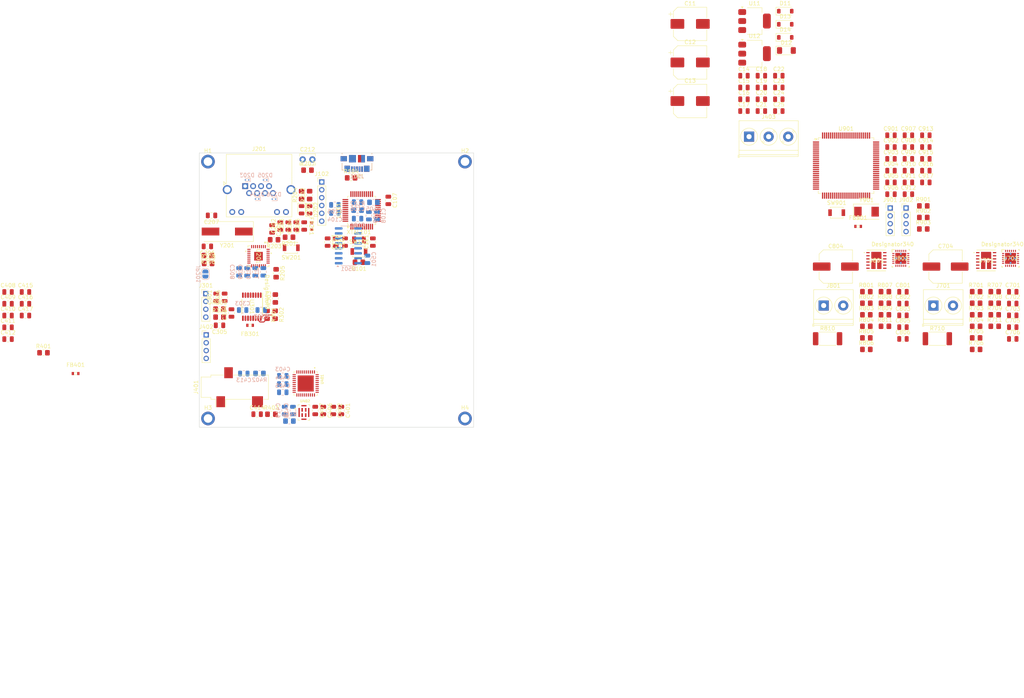
<source format=kicad_pcb>
(kicad_pcb (version 20240108) (generator "pcbnew") (generator_version "8.0")
  (layers (0 "F.Cu" signal) (1 "In1.Cu" power) (2 "In2.Cu" power) (31 "B.Cu" signal) (34 "B.Paste" user) (35 "F.Paste" user) (36 "B.SilkS" user "B.Silkscreen") (37 "F.SilkS" user "F.Silkscreen") (38 "B.Mask" user) (39 "F.Mask" user) (44 "Edge.Cuts" user))
  (net 0 "")
  (net 1 "GND")
  (net 2 "+12V")
  (net 3 "+3V3")
  (net 4 "Net-(D11-K)")
  (net 5 "+1V8")
  (net 6 "Net-(D13-K)")
  (net 7 "+3.3VA")
  (net 8 "Net-(U101-PD0)")
  (net 9 "Net-(U101-PD1)")
  (net 10 "/Ethernet/CEXT")
  (net 11 "/Ethernet/RJ_45_SH")
  (net 12 "Earth")
  (net 13 "Net-(U301-AVDD)")
  (net 14 "Net-(U301-AIN0)")
  (net 15 "Net-(U301-AIN1)")
  (net 16 "/DAC adn MIC/VA")
  (net 17 "Net-(U401-AFILTB)")
  (net 18 "Net-(U401-AFILTA)")
  (net 19 "Net-(U401-VQ)")
  (net 20 "Net-(U401-FILT_P)")
  (net 21 "Net-(U401-FLYN)")
  (net 22 "Net-(U401-FLYP)")
  (net 23 "Net-(U401-VHPFILT_M)")
  (net 24 "Net-(C413-Pad2)")
  (net 25 "Net-(U401-HP{slash}LINE_OUTA)")
  (net 26 "Net-(U401-HP{slash}LINE_OUTB)")
  (net 27 "Net-(C414-Pad2)")
  (net 28 "Net-(U702-CPH)")
  (net 29 "Net-(U702-CPL)")
  (net 30 "Net-(U702-VCP)")
  (net 31 "Net-(U702-AVDD)")
  (net 32 "DVDD_2")
  (net 33 "Net-(U802-CPL)")
  (net 34 "Net-(U802-CPH)")
  (net 35 "Net-(U802-VCP)")
  (net 36 "Net-(U802-AVDD)")
  (net 37 "DVDD_1")
  (net 38 "Net-(U901-VDDA)")
  (net 39 "Net-(U901-PH0)")
  (net 40 "Net-(U901-PH1)")
  (net 41 "/STM32F407/NTRST_F407")
  (net 42 "Net-(U901-VCAP_1)")
  (net 43 "Net-(U901-VCAP_2)")
  (net 44 "/Ethernet/ETH_CRS")
  (net 45 "Net-(D201-K)")
  (net 46 "/Ethernet/ETH_COL")
  (net 47 "Net-(D202-K)")
  (net 48 "/Ethernet/TD_P")
  (net 49 "/Ethernet/TD_N")
  (net 50 "/Ethernet/RD_P")
  (net 51 "/Ethernet/RD_N")
  (net 52 "/Debugger/USBD_P")
  (net 54 "/Debugger/USBD_N")
  (net 56 "/Debugger/JTMS{slash}SWDIO")
  (net 57 "/Debugger/JTDI")
  (net 58 "/Debugger/NJTRST")
  (net 59 "/Debugger/JTCK{slash}SWCLK")
  (net 60 "/Debugger/JTDO")
  (net 65 "/ADC/AIN1_ADC")
  (net 66 "/ADC/AIN0_ADC")
  (net 67 "/USB_to_TTL/CH340_DN")
  (net 68 "/USB_to_TTL/CH340_DP")
  (net 71 "/Motor_Driver2/SH1_2")
  (net 72 "/Motor_Driver2/SH2_2")
  (net 73 "/Motor_Driver1/SH2")
  (net 74 "/Motor_Driver1/SH1")
  (net 75 "/STM32F407/EXT_UART_RX")
  (net 76 "/STM32F407/EXT_UART_TX")
  (net 77 "/STM32F407/CAN_TX")
  (net 78 "/STM32F407/CAN_RX")
  (net 79 "/Debugger/NRST")
  (net 80 "/Debugger/BOOT0")
  (net 81 "/Debugger/BOOT1")
  (net 82 "/Ethernet/RESET_PHY")
  (net 83 "/Ethernet/MODE_SEL")
  (net 84 "/Ethernet/ETH_INT")
  (net 85 "/Ethernet/R_BIAS")
  (net 86 "/ADC/SDA_ADC")
  (net 87 "/ADC/SCK_ADC")
  (net 88 "/ADC/RESET_ADC")
  (net 89 "/DAC adn MIC/~{RESET}_DAC")
  (net 90 "Net-(U402-LR)")
  (net 91 "Net-(U702-VREF)")
  (net 92 "/Motor_Driver2/GH1_2")
  (net 93 "/Motor_Driver2/nFAULT_2")
  (net 94 "/Motor_Driver2/SNSOUT_2")
  (net 95 "/Motor_Driver2/GH2_2")
  (net 96 "/Motor_Driver2/GL1_2")
  (net 97 "/Motor_Driver2/SP_2")
  (net 98 "Net-(U702-IDRIVE)")
  (net 99 "/Motor_Driver2/GL2_2")
  (net 100 "Net-(U702-nSLEEP)")
  (net 101 "Net-(U802-VREF)")
  (net 102 "/Motor_Driver1/GH1")
  (net 103 "/Motor_Driver1/nFAULT")
  (net 104 "/Motor_Driver1/SNSOUT")
  (net 105 "/Motor_Driver1/GH2")
  (net 106 "/Motor_Driver1/GL1")
  (net 107 "/Motor_Driver1/SP")
  (net 108 "Net-(U802-IDRIVE)")
  (net 109 "/Motor_Driver1/GL2")
  (net 110 "Net-(U802-nSLEEP)")
  (net 111 "Net-(U901-BOOT0)")
  (net 112 "Net-(U901-PB2)")
  (net 115 "/Debugger/JTMS_F407")
  (net 123 "/Debugger/JTCLK_F407")
  (net 138 "/Ethernet/ETH_RX_ER")
  (net 139 "/Ethernet/ETH_TX_D2")
  (net 140 "/Ethernet/ETH_RX_CLK")
  (net 141 "/Ethernet/ETH_RX_DV")
  (net 143 "/Ethernet/ETH_TX_CLK")
  (net 145 "/Ethernet/ETH_MDIO")
  (net 146 "/Ethernet/ETH_TX_D3")
  (net 147 "/Ethernet/ETH_TX_D0")
  (net 148 "/Ethernet/ETH_RX_D0")
  (net 149 "/Ethernet/ETH_TX_D1")
  (net 150 "/Ethernet/ETH_RX_D2")
  (net 151 "/Ethernet/ETH_TX_EN")
  (net 152 "/Ethernet/ETH_MDC")
  (net 153 "/Ethernet/ETH_RX_D1")
  (net 154 "/Ethernet/ETH_RX_D3")
  (net 155 "/ADC/~{DRDY}_ADC")
  (net 160 "/DAC adn MIC/DOUT_MIC")
  (net 161 "/DAC adn MIC/CLK_MIC")
  (net 165 "/STM32F407/CH340_RXD")
  (net 170 "/STM32F407/CH340_~{RST}")
  (net 172 "/STM32F407/CH340_TXD")
  (net 173 "/Motor_Driver2/EN_2")
  (net 174 "/Motor_Driver2/SO_2")
  (net 175 "/Motor_Driver2/PH_2")
  (net 176 "/Motor_Driver1/PH")
  (net 177 "/Motor_Driver1/EN")
  (net 178 "/Motor_Driver1/SO")
  (net 186 "/DAC adn MIC/SCL_DAC")
  (net 189 "/DAC adn MIC/LRCK_DAC")
  (net 207 "/DAC adn MIC/SCLK_DAC")
  (net 208 "/DAC adn MIC/MCLK_DAC")
  (net 209 "/DAC adn MIC/SDIN_DAC")
  (net 210 "/DAC adn MIC/SDA_DAC")
  (net 213 "/DAC adn MIC/SPKR_OUTA_N")
  (net 214 "/DAC adn MIC/SPKR_OUTA_P")
  (net 215 "/DAC adn MIC/SPKR_OUTB_N")
  (net 216 "/DAC adn MIC/SPKR_OUTB_P")
  (net 228 "/Ethernet/ETH_XI")
  (net 229 "/Ethernet/ETH_XO")
  (net 230 "Net-(JP201-A)")
  (net 231 "GNDPWR")
  (footprint "Capacitor_SMD:C_0805_2012Metric" (layer "F.Cu") (at 218.01 39.73)
    (property "Reference" "C24")
    (property "Value" "1u")
  )
  (footprint "TerminalBlock_Phoenix:TerminalBlock_Phoenix_PT-1,5-3-5.0-H_1x03_P5.00mm_Horizontal" (layer "F.Cu") (at 210.41 49.27)
    (property "Reference" "J403")
    (property "Value" "Screw_Terminal_01x03")
  )
  (footprint "Resistor_SMD:R_0805_2012Metric_Pad1.20x1.40mm_HandSolder" (layer "F.Cu") (at 240.36 94.75)
    (property "Reference" "R803")
    (property "Value" "10k")
  )
  (footprint "Capacitor_SMD:C_0805_2012Metric" (layer "F.Cu") (at 209.11 42.74)
    (property "Reference" "C17")
    (property "Value" "0.1u")
  )
  (footprint "footprints:RGE0024F" (layer "F.Cu") (at 249.149999 80.349999)
    (property "Reference" "U802")
    (property "Value" "DRV8701")
  )
  (footprint "Resistor_SMD:R_0805_2012Metric_Pad1.20x1.40mm_HandSolder" (layer "F.Cu") (at 254.9 66.95)
    (property "Reference" "R901")
    (property "Value" "100k")
  )
  (footprint "Connector_PinHeader_2.00mm:PinHeader_1x04_P2.00mm_Vertical" (layer "F.Cu") (at 250.5 67.5)
    (property "Reference" "J902")
    (property "Value" "CAN_CONN")
  )
  (footprint "Capacitor_SMD:C_0805_2012Metric" (layer "F.Cu") (at 104.25 119.2 -90)
    (property "Reference" "C402")
    (property "Value" "0.1u")
  )
  (footprint "Resistor_SMD:R_0805_2012Metric_Pad1.20x1.40mm_HandSolder" (layer "F.Cu") (at 72.22 79.61 180)
    (property "Reference" "R206")
    (property "Value" "6k49")
  )
  (footprint "TerminalBlock_Phoenix:TerminalBlock_Phoenix_PT-1,5-2-5.0-H_1x02_P5.00mm_Horizontal" (layer "F.Cu") (at 257.49 92.4)
    (property "Reference" "J701")
    (property "Value" "Conn_01x02_Socket")
  )
  (footprint "Resistor_SMD:R_0805_2012Metric_Pad1.20x1.40mm_HandSolder" (layer "F.Cu") (at 98.2025 64.1975 90)
    (property "Reference" "R202")
    (property "Value" "3k3")
  )
  (footprint "footprints:MIC_MP34DT06JTR" (layer "F.Cu") (at 96.75 119.7)
    (property "Reference" "U402")
    (property "Value" "IMP34DT05TR")
  )
  (footprint "Resistor_SMD:R_0805_2012Metric_Pad1.20x1.40mm_HandSolder" (layer "F.Cu") (at 72.29 81.66)
    (property "Reference" "R208")
    (property "Value" "10k")
  )
  (footprint "Capacitor_SMD:C_0805_2012Metric" (layer "F.Cu") (at 209.11 33.71)
    (property "Reference" "C14")
    (property "Value" "0.1u")
  )
  (footprint "Capacitor_SMD:C_0805_2012Metric" (layer "F.Cu") (at 218.01 42.74)
    (property "Reference" "C25")
    (property "Value" "10u")
  )
  (footprint "Resistor_SMD:R_0805_2012Metric_Pad1.20x1.40mm_HandSolder" (layer "F.Cu") (at 245.11 97.7)
    (property "Reference" "R811")
    (property "Value" "10k")
  )
  (footprint "Capacitor_SMD:C_Elec_8x10.2" (layer "F.Cu") (at 260.59 82.45)
    (property "Reference" "C704")
    (property "Value" "100u")
  )
  (footprint "Connector_PinHeader_2.00mm:PinHeader_1x04_P2.00mm_Vertical" (layer "F.Cu") (at 246.45 67.5)
    (property "Reference" "J901")
    (property "Value" "UART_CONN")
  )
  (footprint "Capacitor_SMD:C_0805_2012Metric" (layer "F.Cu") (at 75.2 97.45 180)
    (property "Reference" "C305")
    (property "Value" "10n")
  )
  (footprint "Capacitor_SMD:C_0805_2012Metric" (layer "F.Cu") (at 72.1 77.3 180)
    (property "Reference" "C206")
    (property "Value" "20p")
  )
  (footprint "Capacitor_SMD:C_Elec_8x10.2" (layer "F.Cu") (at 232.56 82.45)
    (property "Reference" "C804")
    (property "Value" "100u")
  )
  (footprint "Capacitor_SMD:C_0805_2012Metric" (layer "F.Cu") (at 277.74 97.91)
    (property "Reference" "C705")
    (property "Value" "1u")
  )
  (footprint "Resistor_SMD:R_0805_2012Metric_Pad1.20x1.40mm_HandSolder" (layer "F.Cu") (at 240.36 88.85)
    (property "Reference" "R801")
    (property "Value" "3k3")
  )
  (footprint "Capacitor_SMD:C_0805_2012Metric" (layer "F.Cu") (at 277.74 88.88)
    (property "Reference" "C701")
    (property "Value" "0.1u")
  )
  (footprint "Crystal:Crystal_SMD_HC49-SD" (layer "F.Cu") (at 77.15 73.5 180)
    (property "Reference" "Y201")
    (property "Value" "25Mhz ")
  )
  (footprint "Capacitor_SMD:C_0805_2012Metric" (layer "F.Cu") (at 249.71 97.91)
    (property "Reference" "C805")
    (property "Value" "1u")
  )
  (footprint "Capacitor_THT:C_Disc_D3.8mm_W2.6mm_P2.50mm" (layer "F.Cu") (at 96.42 55.1)
    (property "Reference" "C212")
    (property "Value" "10n")
  )
  (footprint "Capacitor_SMD:C_0805_2012Metric" (layer "F.Cu") (at 21.2 88.93)
    (property "Reference" "C408")
    (property "Value" "1u")
  )
  (footprint "Resistor_SMD:R_0805_2012Metric_Pad1.20x1.40mm_HandSolder" (layer "F.Cu") (at 254.9 69.9)
    (property "Reference" "R902")
    (property "Value" "100k")
  )
  (footprint "Capacitor_SMD:C_0805_2012Metric" (layer "F.Cu") (at 25.65 88.93)
    (property "Reference" "C415")
    (property "Value" "0.1u")
  )
  (footprint "Resistor_SMD:R_0805_2012Metric_Pad1.20x1.40mm_HandSolder" (layer "F.Cu") (at 268.39 97.7)
    (property "Reference" "R704")
    (property "Value" "10k")
  )
  (footprint "Capacitor_SMD:C_0805_2012Metric" (layer "F.Cu") (at 255.55 51.93)
    (property "Reference" "C914")
    (property "Value" "0.1u")
  )
  (footprint "Connector_PinHeader_2.00mm:PinHeader_1x06_P2.00mm_Vertical" (layer "F.Cu") (at 101.3 60.85)
    (property "Reference" "J102")
    (property "Value" "Conn_01x06_Pin")
  )
  (footprint "Capacitor_SMD:C_0805_2012Metric" (layer "F.Cu") (at 209.11 36.72)
    (property "Reference" "C15")
    (property "Value" "1u")
  )
  (footprint "Button_Switch_SMD:SW_SPST_B3U-1000P" (layer "F.Cu") (at 110.8 78.6)
    (property "Reference" "SW101")
    (property "Value" "SW_SPDT")
  )
  (footprint "Capacitor_SMD:C_0805_2012Metric" (layer "F.Cu") (at 114.35 76.2 90)
    (property "Reference" "C111")
    (property "Value" "30p")
  )
  (footprint "Capacitor_SMD:C_0805_2012Metric" (layer "F.Cu") (at 251.1 57.95)
    (property "Reference" "C910")
    (property "Value" "0.1u")
  )
  (footprint "Diode_SMD:D_MiniMELF" (layer "F.Cu") (at 219.955 27.275)
    (property "Reference" "D12")
    (property "Value" "BZV55B3V3")
  )
  (footprint "Capacitor_SMD:C_0805_2012Metric" (layer "F.Cu") (at 246.65 48.92)
    (property "Reference" "C901")
    (property "Value" "1u")
  )
  (footprint "footprints:V-DFN5045-12_DIO" (layer "F.Cu") (at 242.9171 80.8825)
    (property "Reference" "U801")
    (property "Value" "DMHT6016LFJ-13")
  )
  (footprint "Capacitor_SMD:C_0805_2012Metric" (layer "F.Cu") (at 251.1 60.96)
    (property "Reference" "C911")
    (property "Value" "0.1u")
  )
  (footprint "footprints:V-DFN5045-12_DIO" (layer "F.Cu") (at 270.9471 80.8825)
    (property "Reference" "U701")
    (property "Value" "DMHT6016LFJ-13")
  )
  (footprint "Resistor_SMD:R_0805_2012Metric_Pad1.20x1.40mm_HandSolder" (layer "F.Cu") (at 87.35 94.75 -90)
    (property "Reference" "R301")
    (property "Value" "10k")
  )
  (footprint "Resistor_SMD:R_0805_2012Metric_Pad1.20x1.40mm_HandSolder" (layer "F.Cu") (at 240.36 97.7)
    (property "Reference" "R804")
    (property "Value" "10k")
  )
  (footprint "Capacitor_SMD:C_0805_2012Metric" (layer "F.Cu") (at 209.11 39.73)
    (property "Reference" "C16")
    (property "Value" "10u")
  )
  (footprint "Resistor_SMD:R_0805_2012Metric_Pad1.20x1.40mm_HandSolder" (layer "F.Cu") (at 245.11 94.75)
    (property "Reference" "R809")
    (property "Value" "10k")
  )
  (footprint "Capacitor_SMD:C_0805_2012Metric" (layer "F.Cu") (at 78.25 94.3 90)
    (property "Reference" "C304")
    (property "Value" "0.1u")
  )
  (footprint "Capacitor_SMD:C_0805_2012Metric" (layer "F.Cu") (at 21.2 94.95)
    (property "Reference" "C410")
    (property "Value" "0.1u")
  )
  (footprint "Capacitor_SMD:C_0805_2012Metric" (layer "F.Cu") (at 101.7 119.2 -90)
    (property "Reference" "C406")
    (property "Value" "150p")
  )
  (footprint "Resistor_SMD:R_0805_2012Metric_Pad1.20x1.40mm_HandSolder" (layer "F.Cu") (at 268.39 103.6)
    (property "Reference" "R706")
    (property "Value" "10k")
  )
  (footprint "Capacitor_SMD:C_0805_2012Metric" (layer "F.Cu") (at 251.1 48.92)
    (property "Reference" "C907")
    (property "Value" "4.7u")
  )
  (footprint "Capacitor_SMD:C_0805_2012Metric" (layer "F.Cu") (at 251.1 51.93)
    (property "Reference" "C908")
    (property "Value" "0.1u")
  )
  (footprint "Resistor_SMD:R_0805_2012Metric_Pad1.20x1.40mm_HandSolder" (layer "F.Cu") (at 273.14 91.8)
    (property "Reference" "R708")
    (property "Value" "33k")
  )
  (footprint "Capacitor_SMD:C_0805_2012Metric" (layer "F.Cu") (at 255.55 60.96)
    (property "Reference" "C917")
    (property "Value" "2.2u")
  )
  (footprint "Capacitor_SMD:C_0805_2012Metric" (layer "F.Cu") (at 21.2 100.97)
    (property "Reference" "C412")
    (property "Value" "1u")
  )
  (footprint "LED_SMD:LED_0805_2012Metric" (layer "F.Cu") (at 98.2 67.95 -90)
    (property "Reference" "D202")
    (property "Value" "LED")
  )
  (footprint "Resistor_SMD:R_0805_2012Metric_Pad1.20x1.40mm_HandSolder" (layer "F.Cu") (at 89.4 94.75 -90)
    (property "Reference" "R302")
    (property "Value" "10k")
  )
  (footprint "Capacitor_SMD:C_0805_2012Metric" (layer "F.Cu") (at 213.56 36.72)
    (property "Reference" "C19")
    (property "Value" "10u")
  )
  (footprint "Resistor_SMD:R_0805_2012Metric_Pad1.20x1.40mm_HandSolder" (layer "F.Cu") (at 75.2 95.35)
    (property "Reference" "R304")
    (property "Value" "1k")
  )
  (footprint "footprints:QFN_ERHBR_TEX" (layer "F.Cu") (at 85.150063 79.8011 -90)
    (property "Reference" "U201")
    (property "Value" "DP83826ERHBR")
  )
  (footprint "Resistor_SMD:R_0805_2012Metric_Pad1.20x1.40mm_HandSolder" (layer "F.Cu") (at 254.9 72.85)
    (property "Reference" "R903")
    (property "Value" "100k")
  )
  (footprint "Capacitor_SMD:C_0805_2012Metric" (layer "F.Cu") (at 277.74 100.92)
    (property "Reference" "C706")
    (property "Value" "1u")
  )
  (footprint "Package_QFP:LQFP-100_14x14mm_P0.5mm" (layer "F.Cu") (at 235.18 56.66)
    (property "Reference" "U901")
    (property "Value" "STM32F407VGTx")
  )
  (footprint "Resistor_SMD:R_0805_2012Metric_Pad1.20x1.40mm_HandSolder" (layer "F.Cu") (at 96.15 64.2 90)
    (property "Reference" "R204")
    (property "Value" "3k3")
  )
  (footprint "Connector_USB:USB_Micro-B_Molex_47346-0001" (layer "F.Cu") (at 110.3 56.1 180)
    (property "Reference" "J101")
    (property "Value" "USB_B_Mini")
  )
  (footprint "Crystal:Crystal_SMD_3215-2Pin_3.2x1.5mm" (layer "F.Cu") (at 110.8 75.65)
    (property "Reference" "XTAL101")
    (property "Value" "NX3225GD-8MHZ-STD-CRA-3")
  )
  (footprint "TerminalBlock_Phoenix:TerminalBlock_Phoenix_PT-1,5-2-5.0-H_1x02_P5.00mm_Horizontal" (layer "F.Cu") (at 229.46 92.4)
    (property "Reference" "J801")
    (property "Value" "Conn_01x02_Socket")
  )
  (footprint "Capacitor_SMD:C_0805_2012Metric" (layer "F.Cu") (at 102.8 76.2 -90)
    (property "Reference" "C103")
    (property "Value" "100n")
  )
  (footprint "Resistor_SMD:R_0805_2012Metric_Pad1.20x1.40mm_HandSolder" (layer "F.Cu") (at 245.11 91.8)
    (property "Reference" "R808")
    (property "Value" "33k")
  )
  (footprint "Capacitor_SMD:C_0805_2012Metric" (layer "F.Cu") (at 21.2 97.96)
    (property "Reference" "C411")
    (property "Value" "1u")
  )
  (footprint "Button_Switch_SMD:SW_SPST_B3U-1000P" (layer "F.Cu") (at 93.51 77.64 180)
    (property "Reference" "SW201")
    (property "Value" "SW_SPDT")
  )
  (footprint "Capacitor_SMD:C_0805_2012Metric" (layer "F.Cu") (at 92.76 72.09 90)
    (property "Reference" "C203")
    (property "Value" "1u")
  )
  (footprint "Capacitor_SMD:C_0805_2012Metric" (layer "F.Cu") (at 74.35 90.3 90)
    (property "Reference" "C301")
    (property "Value" "0.1u")
  )
  (footprint "Resistor_SMD:R_0805_2012Metric_Pad1.20x1.40mm_HandSolder" (layer "F.Cu") (at 268.39 88.85)
    (property "Reference" "R701")
    (property "Value" "3k3")
  )
  (footprint "Capacitor_SMD:C_0805_2012Metric" (layer "F.Cu") (at 106.3 119.2 -90)
    (property "Reference" "C401")
    (property "Value" "1u")
  )
  (footprint "Capacitor_SMD:CP_Elec_8x10" (layer "F.Cu") (at 195.365 20.48)
    (property "Reference" "C11")
    (property "Value" "100u")
  )
  (footprint "Connector_Audio:Jack_3.5mm_CUI_SJ-3523-SMT_Horizontal" (layer "F.Cu") (at 79.1 113.25 90)
    (property "Reference" "J401")
    (property "Value" "AudioJack3")
  )
  (footprint "Capacitor_SMD:C_0805_2012Metric" (layer "F.Cu") (at 94.79 72.09 90)
    (property "Reference" "C204")
    (property "Value" "100n")
  )
  (footprint "Capacitor_SMD:C_0805_2012Metric" (layer "F.Cu") (at 88.63 72.84 -90)
    (property "Reference" "C201")
    (property "Value" "2n")
  )
  (footprint "Capacitor_SMD:C_0805_2012Metric" (layer "F.Cu") (at 251.1 63.97)
    (property "Reference" "C912")
    (property "Value" "30p")
  )
  (footprint "LED_SMD:LED_0805_2012Metric" (layer "F.Cu") (at 96.15 67.95 -90)
    (property "Reference" "D201")
    (property "Value" "LED")
  )
  (footprint "Resistor_SMD:R_0805_2012Metric_Pad1.20x1.40mm_HandSolder" (layer "F.Cu") (at 92.95 74.95 180)
    (property "Reference" "R201")
    (property "Value" "10k")
  )
  (footprint "footprints:PW0016A_N" (layer "F.Cu") (at 83.45 92.7 -90)
    (property "Reference" "U301")
    (property "Value" "ADS122C04IPW")
  )
  (footprint "Resistor_SMD:R_0805_2012Metric_Pad1.20x1.40mm_HandSolder" (layer "F.Cu") (at 273.14 94.75)
    (property "Reference" "R709")
    (property "Value" "10k")
  )
  (footprint "Capacitor_SMD:C_0805_2012Metric" (layer "F.Cu") (at 107.25 76.2 90)
    (property "Reference" "C110")
    (property "Value" "30p")
  )
  (footprint "Resistor_SMD:R_0805_2012Metric_Pad1.20x1.40mm_HandSolder" (layer "F.Cu") (at 108.8 59.8)
    (property "Reference" "R104")
    (property "Value" "1.5k")
  )
  (footprint "Capacitor_SMD:C_0805_2012Metric" (layer "F.Cu") (at 249.71 91.89)
    (property "Reference" "C802")
    (property "Value" "1u")
  )
  (footprint "Capacitor_SMD:C_0805_2012Metric" (layer "F.Cu") (at 104.86 76.2 -90)
    (property "Reference" "C102")
    (property "Value" "0.1u")
  )
  (footprint "Capacitor_SMD:C_0805_2012Metric" (layer "F.Cu") (at 21.2 91.94)
    (property "Reference" "C409")
    (property "Value" "10u")
  )
  (footprint "Resistor_SMD:R_0805_2012Metric_Pad1.20x1.40mm_HandSolder" (layer "F.Cu") (at 268.39 94.75)
    (property "Reference" "R703")
    (property "Value" "10k")
  )
  (footprint "Resistor_SMD:R_0805_2012Metric_Pad1.20x1.40mm_HandSolder" (layer "F.Cu") (at 110.8 81.35 180)
    (property "Reference" "R101")
    (property "Value" "10k")
  )
  (footprint "footprints:RGE0024F" (layer "F.Cu") (at 277.179999 80.349999)
    (property "Reference" "U702")
    (property "Value" "DRV8701")
  )
  (footprint "Resistor_SMD:R_0805_2012Metric_Pad1.20x1.40mm_HandSolder" (layer "F.Cu") (at 240.36 103.6)
    (property "Reference" "R806")
    (property "Value" "10k")
  )
  (footprint "Capacitor_SMD:C_0805_2012Metric" (layer "F.Cu") (at 255.55 48.92)
    (property "Reference" "C913")
    (property "Value" "30p")
  )
  (footprint "Capacitor_SMD:C_0805_2012Metric" (layer "F.Cu") (at 25.65 91.94)
    (property "Reference" "C416")
    (property "Value" "10u")
  )
  (footprint "Capacitor_SMD:C_0805_2012Metric" (layer "F.Cu") (at 99.64 119.2 -90)
    (property "Reference" "C407")
    (property "Value" "150p")
  )
  (footprint "Resistor_SMD:R_0805_2012Metric_Pad1.20x1.40mm_HandSolder" (layer "F.Cu") (at 30.25 104.45)
    (property "Reference" "R401")
    (property "Value" "10K")
  )
  (footprint "Capacitor_SMD:C_0805_2012Metric" (layer "F.Cu") (at 76.5 90.3 90)
    (property "Reference" "C306")
    (property "Value" "10n")
  )
  (footprint "Package_QFP:LQFP-48_7x7mm_P0.5mm" (layer "F.Cu") (at 111.5 68.1 90)
    (property "Reference" "U101")
    (property "Value" "STM32F103C8Tx")
  )
  (footprint "digikey-footprints:0603" (layer "F.Cu") (at 83 97.45 180)
    (property "Reference" "FB301")
    (property "Value" "1k")
  )
  (footprint "Resistor_SMD:R_0805_2012Metric_Pad1.20x1.40mm_HandSolder" (layer "F.Cu") (at 273.14 97.7)
    (property "Reference" "R711")
    (property "Value" "10k")
  )
  (footprint "Capacitor_SMD:C_0805_2012Metric" (layer "F.Cu") (at 249.71 94.9)
    (property "Reference" "C803")
    (property "Value" "0.1u")
  )
  (footprint "MountingHole:MountingHole_2.2mm_M2_ISO7380_Pad" (layer "F.Cu") (at 72.27 121.24)
    (property "Reference" "H3")
    (property "Value" "MountingHole")
  )
  (footprint "digikey-footprints:0603" (layer "F.Cu") (at 38.45 109.76)
    (property "Reference" "FB401")
    (property "Value" "1k")
  )
  (footprint "Diode_SMD:D_SOD-123" (layer "F.Cu") (at 219.655 23.93)
    (property "Reference" "D14")
    (property "Value" "D_Zener")
  )
  (footprint "Capacitor_SMD:C_0805_2012Metric" (layer "F.Cu") (at 246.65 63.97)
    (property "Reference" "C906")
    (property "Value" "0.1u")
  )
  (footprint "digikey-footprints:0603" (layer "F.Cu") (at 238.26 72.19)
    (property "Reference" "FB901")
    (property "Value" "FerriteBead_Small")
  )
  (footprint "Resistor_SMD:R_0805_2012Metric_Pad1.20x1.40mm_HandSolder" (layer "F.Cu") (at 240.36 100.65)
    (property "Reference" "R805")
    (property "Value" "10k")
  )
  (footprint "Diode_SMD:D_SOD-123" (layer "F.Cu") (at 219.655 20.58)
    (property "Reference" "D13")
    (property "Value" "MBR0530")
  )
  (footprint "Resistor_SMD:R_0805_2012Metric_Pad1.20x1.40mm_HandSolder" (layer "F.Cu") (at 97.67 57.83)
    (property "Reference" "R207")
    (property "Value" "1M")
  )
  (footprint "footprints:QFN50P600X600X100-41N" (layer "F.Cu") (at 97.2 112.3 -90)
    (property "Reference" "U401")
    (property "Value" "CS43L22-CNZ")
  )
  (footprint "Capacitor_SMD:C_0805_2012Metric" (layer "F.Cu") (at 249.71 88.88)
    (property "Reference" "C801")
    (property "Value" "0.1u")
  )
  (footprint "Resistor_SMD:R_0805_2012Metric_Pad1.20x1.40mm_HandSolder" (layer "F.Cu") (at 89.13 75.59 180)
    (property "Reference" "R203")
    (property "Value" "10k")
  )
  (footprint "Crystal:Crystal_SMD_0603-2Pin_6.0x3.5mm" (layer "F.Cu") (at 240.41 68.43)
    (property "Reference" "Y901")
    (property "Value" "8MHz")
  )
  (footprint "Capacitor_SMD:C_0805_2012Metric" (layer "F.Cu") (at 84.8 120.14)
    (property "Reference" "C414")
    (property "Value" "22n")
  )
  (footprint "Capacitor_SMD:C_0805_2012Metric" (layer "F.Cu") (at 118.3 65.55 -90)
    (property "Reference" "C107")
    (property "Value" "100n")
  )
  (footprint "Resistor_SMD:R_0805_2012Metric_Pad1.20x1.40mm_HandSolder" (layer "F.Cu") (at 89.45 90.6 90)
    (property "Reference" "R303")
    (property "Value" "100k")
  )
  (footprint "Resistor_SMD:R_0805_2012Metric_Pad1.20x1.40mm_HandSolder" (layer "F.Cu") (at 273.14 88.85)
    (property "Reference" "R707")
    (property "Value" "10k")
  )
  (footprint "Capacitor_SMD:C_0805_2012Metric" (layer "F.Cu") (at 218.01 33.71)
    (property "Reference" "C22")
    (property "Value" "10u")
  )
  (footprint "Resistor_SMD:R_2512_6332Metric_Pad1.40x3.35mm_HandSolder" (layer "F.Cu") (at 230.46 100.87)
    (property "Reference" "R810")
    (property "Value" "50m")
  )
  (footprint "Capacitor_SMD:C_0805_2012Metric" (layer "F.Cu") (at 73.16 69.39 180)
    (property "Reference" "C207")
    (property "Value" "20p")
  )
  (footprint "Capacitor_SMD:C_0805_2012Metric" (layer "F.Cu") (at 90.7 72.09 90)
    (property "Reference" "C202")
    (property "Value" "10u")
  )
  (footprint "MountingHole:MountingHole_2.2mm_M2_ISO7380_Pad" (layer "F.Cu") (at 137.88 55.64)
    (property "Reference" "H2")
    (property "Value" "MountingHole")
  )
  (footprint "Connector_PinHeader_2.00mm:PinHeader_1x04_P2.00mm_Vertical" (layer "F.Cu") (at 71.7 89.35)
    (property "Reference" "J301")
    (property "Value" "Conn_01x04_Pin")
  )
  (footprint "Capacitor_SMD:C_0805_2012Metric" (layer "F.Cu") (at 246.65 60.96)
    (property "Reference" "C905")
    (property "Value" "0.1u")
  )
  (footprint "Resistor_SMD:R_0805_2012Metric_Pad1.20x1.40mm_HandSolder" (layer "F.Cu") (at 245.11 88.85)
    (property "Reference" "R807")
    (property "Value" "10k")
  )
  (footprint "Diode_SMD:D_SOD-123" (layer "F.Cu") (at 219.655 17.23)
    (property "Reference" "D11")
    (property "Value" "MBR0530")
  )
  (footprint "Capacitor_SMD:C_0805_2012Metric" (layer "F.Cu") (at 277.74 91.89)
    (property "Reference" "C702")
    (property "Value" "1u")
  )
  (footprint "Capacitor_SMD:C_0805_2012Metric" (layer "F.Cu") (at 246.65 51.93)
    (property "Reference" "C902")
    (property "Value" "0.1u")
  )
  (footprint "Connector_RJ:RJ45_Amphenol_RJHSE538X" (layer "F.Cu") (at 81.75 61.915)
    (property "Reference" "J201")
    (property "Value" "8P8C_Shielded")
  )
  (footprint "Capacitor_SMD:C_0805_2012Metric" (layer "F.Cu") (at 246.65 54.94)
    (property "Reference" "C903")
    (property "Value" "0.1u")
  )
  (footprint "Resistor_SMD:R_0805_2012Metric_Pad1.20x1.40mm_HandSolder" (layer "F.Cu") (at 240.36 91.8)
    (property "Reference" "R802")
    (property "Value" "2k")
  )
  (footprint "Button_Switch_SMD:SW_SPST_B3U-1000P" (layer "F.Cu") (at 232.79 68.68)
    (property "Reference" "SW901")
    (property "Value" "SW_SPDT")
  )
  (footprint "Capacitor_SMD:CP_Elec_8x10" (layer "F.Cu") (at 195.365 40.18)
    (property "Reference" "C13")
    (property "Value" "100u")
  )
  (footprint "Connector_PinHeader_2.00mm:PinHeader_1x04_P2.00mm_Vertical" (layer "F.Cu") (at 71.8 99.9)
    (property "Reference" "J402")
    (property "Value" "Conn_01x04_Pin")
  )
  (footprint "Capacitor_SMD:C_0805_2012Metric" (layer "F.Cu") (at 246.65 57.95)
    (property "Reference" "C904")
    (property "Value" "0.1u")
  )
  (footprint "Capacitor_SMD:C_0805_2012Metric" (layer "F.Cu") (at 213.56 39.73)
    (property "Reference" "C20")
    (property "Value" "0.1u")
  )
  (footprint "Package_TO_SOT_SMD:SOT-223-3_TabPin2" (layer "F.Cu") (at 211.81 28.08)
    (property "Reference" "U12")
    (property "Value" "LD1117S18TR_SOT223")
  )
  (footprint "Resistor_SMD:R_0805_2012Metric_Pad1.20x1.40mm_HandSolder" (layer "F.Cu") (at 268.39 91.8)
    (property "Reference" "R702")
    (property "Value" "2k")
  )
  (footprint "Resistor_SMD:R_0805_2012Metric_Pad1.20x1.40mm_HandSolder" (layer "F.Cu") (at 75.2 93.3)
    (property "Reference" "R305")
    (property "Value" "1k")
  )
  (footprint "Capacitor_SMD:C_0805_2012Metric" (layer "F.Cu") (at 25.65 94.95)
    (property "Reference" "C417")
    (property "Value" "0.1u")
  )
  (footprint "Capacitor_SMD:C_0805_2012Metric" (layer "F.Cu") (at 277.74 94.9)
    (property "Reference" "C703")
    (property "Value" "0.1u")
  )
  (footprint "Capacitor_SMD:C_0805_2012Metric" (layer "F.Cu") (at 213.56 42.74)
    (property "Reference" "C21")
    (property "Value" "1u")
  )
  (footprint "Capacitor_SMD:C_0805_2012Metric" (layer "F.Cu") (at 218.01 36.72)
    (property "Reference" "C23")
    (property "Value" "0.1u")
  )
  (footprint "Resistor_SMD:R_0805_2012Metric_Pad1.20x1.40mm_HandSolder" (layer "F.Cu") (at 88.45 120.15)
    (property "Reference" "R403")
    (property "Value" "51.1")
  )
  (footprint "Resistor_SMD:R_2512_6332Metric_Pad1.40x3.35mm_HandSolder" (layer "F.Cu") (at 258.49 100.87)
    (property "Reference" "R710")
    (property "Value" "50m")
  )
  (footprint "Capacitor_SMD:C_0805_2012Metric" (layer "F.Cu") (at 255.55 57.95)
    (property "Reference" "C916")
    (property "Value" "2.2u")
  )
  (footprint "MountingHole:MountingHole_2.2mm_M2_ISO7380_Pad" (layer "F.Cu") (at 137.88 121.24)
    (property "Reference" "H4")
    (property "Value" "MountingHole")
  )
  (footprint "Capacitor_SMD:C_0805_2012Metric" (layer "F.Cu") (at 255.55 54.94)
    (property "Reference" "C915")
    (property "Value" "0.1u")
  )
  (footprint "Capacitor_SMD:C_0805_2012Metric" (layer "F.Cu") (at 96.82 72.09 90)
    (property "Reference" "C205")
    (property "Value" "10n")
  )
  (footprint "Capacitor_SMD:C_0805_2012Metric" (layer "F.Cu") (at 213.56 33.71)
    (property "Reference" "C18")
    (property "Value" "1u")
  )
  (footprint "Package_TO_SOT_SMD:SOT-223-3_TabPin2" (layer "F.Cu") (at 211.81 19.755)
    (property "Reference" "U11")
    (property "Value" "LD1117S33TR_SOT223")
  )
  (footprint "Resistor_SMD:R_0805_2012Metric_Pad1.20x1.40mm_HandSolder" (layer "F.Cu") (at 89.65 84.15 -90)
    (property "Reference" "R205")
    (property "Value" "10k")
  )
  (footprint "MountingHole:MountingHole_2.2mm_M2_ISO7380_Pad" (layer "F.Cu") (at 72.25 55.64)
    (property "Reference" "H1")
    (property "Value" "MountingHole")
  )
  (footprint "Resistor_SMD:R_0805_2012Metric_Pad1.20x1.40mm_HandSolder" (layer "F.Cu") (at 268.39 100.65)
    (property "Reference" "R705")
    (property "Value" "10k")
  )
  (footprint "footprints:IND_1608_TDK" (layer "F.Cu") (at 98.7 72.13 -90)
    (property "Reference" "FB201")
    (property "Value" "1k_100MHz")
  )
  (footprint "Capacitor_SMD:CP_Elec_8x10" (layer "F.Cu") (at 195.365 30.33)
    (property "Reference" "C12")
    (property "Value" "100u")
  )
  (footprint "Capacitor_SMD:C_0805_2012Metric" (layer "F.Cu") (at 249.71 100.92)
    (property "Reference" "C806")
    (property "Value" "1u")
  )
  (footprint "Capacitor_SMD:C_0805_2012Metric" (layer "F.Cu") (at 251.1 54.94)
    (property "Reference" "C909")
    (property "Value" "0.1u")
  )
  (footprint "Capacitor_SMD:C_0805_2012Metric" (layer "B.Cu") (at 91.35 110.35 180)
    (property "Reference" "C403")
    (property "Value" "1u")
  )
  (footprint "Capacitor_SMD:C_0805_2012Metric" (layer "B.Cu") (at 104.65 66.7)
    (property "Reference" "C105")
    (property "Value" "100n")
  )
  (footprint "Capacitor_SMD:C_0805_2012Metric" (layer "B.Cu") (at 82.25 83.8 -90)
    (property "Reference" "C209")
    (property "Value" "100n")
  )
  (footprint "Capacitor_SMD:C_0805_2012Metric" (layer "B.Cu") (at 112.95 80.6 90)
    (property "Reference" "C501")
    (property "Value" "0.1u")
  )
  (footprint "Diode_SMD:D_SOD-923" (layer "B.Cu") (at 82.2275 60.33 180)
    (property "Reference" "D203")
    (property "Value" "ESD9B3.3ST5G")
  )
  (footprint "Resistor_SMD:R_0805_2012Metric_Pad1.20x1.40mm_HandSolder" (layer "B.Cu") (at 110.45 68.05 180)
    (property "Reference" "R102")
    (property "Value" "100k")
  )
  (footprint "Capacitor_SMD:C_0805_2012Metric" (layer "B.Cu") (at 104.65 68.76)
    (property "Reference" "C104")
    (property "Value" "100n")
  )
  (footprint "Jumper:SolderJumper-2_P1.3mm_Open_RoundedPad1.0x1.5mm" (layer "B.Cu") (at 71.6 84.35 -90)
    (property "Reference" "JP201")
    (property "Value" "SolderJumper_2_Open")
  )
  (footprint "Capacitor_SMD:C_0805_2012Metric" (layer "B.Cu") (at 81.1 93.55 180)
    (property "Reference" "C303")
    (property "Value" "0.1u")
  )
  (footprint "Connector_USB:USB_Micro-B_Molex_47346-0001" (layer "B.Cu") (at 110.3 56.1)
    (property "Reference" "J501")
    (property "Value" "USB_B_Mini")
  )
  (footprint "Capacitor_SMD:C_0805_2012Metric" (layer "B.Cu") (at 93.95 119.2 -90)
    (property "Reference" "C418")
    (property "Value" "1u")
  )
  (footprint "Capacitor_SMD:C_0805_2012Metric" (layer "B.Cu") (at 84.32 83.79 -90)
    (property "Reference" "C210")
    (property "Value" "1u")
  )
  (footprint "Capacitor_SMD:C_0805_2012Metric" (layer "B.Cu") (at 86.39 83.79 -90)
    (property "Reference" "C211")
    (property "Value" "10u")
  )
  (footprint "Capacitor_SMD:C_0805_2012Metric" (layer "B.Cu") (at 91.35 114.55 180)
    (property "Reference" "C405")
    (property "Value" "0.1u")
  )
  (footprint "Diode_SMD:D_SOD-923" (layer "B.Cu") (at 86.85 60.34 180)
    (property "Reference" "D205")
    (property "Value" "ESD9B3.3ST5G")
  )
  (footprint "Package_SO:SOIC-16_3.9x9.9mm_P1.27mm" (layer "B.Cu") (at 108.1 77.15)
    (property "Reference" "U501")
    (property "Value" "CH340C")
  )
  (footprint "Resistor_SMD:R_0805_2012Metric_Pad1.20x1.40mm_HandSolder" (layer "B.Cu") (at 114.5 66.05)
    (property "Reference" "R105")
    (property "Value" "100k")
  )
  (footprint "Capacitor_SMD:C_0805_2012Metric" (layer "B.Cu") (at 81.4 109.75)
    (property "Reference" "C413")
    (property "Value" "22n")
  )
  (footprint "Capacitor_SMD:C_0805_2012Metric" (layer "B.Cu") (at 115.4 69.45 90)
    (property "Reference" "C108")
    (property "Value" "10n")
  )
  (footprint "Resistor_SMD:R_0805_2012Metric_Pad1.20x1.40mm_HandSolder" (layer "B.Cu") (at 85.4 109.73)
    (property "Reference" "R402")
    (property "Value" "51.1")
  )
  (footprint "Diode_SMD:D_SOD-923" (layer "B.Cu") (at 89.0875 65.23 180)
    (property "Reference" "D206")
    (property "Value" "ESD9B3.3ST5G")
  )
  (footprint "Diode_SMD:D_SOD-923" (layer "B.Cu") (at 84.7975 65.19 180)
    (property "Reference" "D204")
    (property "Value" "ESD9B3.3ST5G")
  )
  (footprint "Capacitor_SMD:C_0805_2012Metric" (layer "B.Cu") (at 91.35 112.45 180)
    (property "Reference" "C404")
    (property "Value" "0.1u")
  )
  (footprint "Capacitor_SMD:C_0805_2012Metric" (layer "B.Cu") (at 110.45 66)
    (property "Reference" "C106")
    (property "Value" "100n")
  )
  (footprint "Resistor_SMD:R_0805_2012Metric_Pad1.20x1.40mm_HandSolder" (layer "B.Cu") (at 93.05 121.9 180)
    (property "Reference" "R404")
    (property "Value" "10k")
  )
  (footprint "Capacitor_SMD:C_0805_2012Metric" (layer "B.Cu") (at 80.2 83.79 -90)
    (property "Reference" "C208")
    (property "Value" "10n")
  )
  (footprint "Capacitor_SMD:C_0805_2012Metric" (layer "B.Cu") (at 85.85 93.55)
    (property "Reference" "C302")
    (property "Value" "0.1u")
  )
  (footprint "Capacitor_SMD:C_0805_2012Metric" (layer "B.Cu") (at 110.45 70.2)
    (property "Reference" "C101")
    (property "Value" "4.7u")
  )
  (footprint "Capacitor_SMD:C_0805_2012Metric" (layer "B.Cu") (at 91.85 119.2 -90)
    (property "Reference" "C419")
    (property "Value" "0.1u")
  )
  (footprint "Capacitor_SMD:C_0805_2012Metric" (layer "B.Cu") (at 113.34 69.45 90)
    (property "Reference" "C109")
    (property "Value" "1u")
  )
  (gr_line (start 70.05 123.46) (end 140.08 123.46) (stroke (width 0.1)) (layer "Edge.Cuts"))
  (gr_line (start 140.08 123.46) (end 140.08 53.44) (stroke (width 0.1)) (layer "Edge.Cuts"))
  (gr_line (start 70.05 53.44) (end 70.05 123.46) (stroke (width 0.1)) (layer "Edge.Cuts"))
  (gr_line (start 140.08 53.44) (end 70.05 53.44) (stroke (width 0.1)) (layer "Edge.Cuts"))
  (segment (start 86.499998 96.600002) (end 87.35 95.75) (width 0.25) (layer "F.Cu") (net 86))
  (segment (start 85.074998 95.650002) (end 85.074998 96.125002) (width 0.25) (layer "F.Cu") (net 86))
  (segment (start 85.549998 96.600002) (end 86.499998 96.600002) (width 0.25) (layer "F.Cu") (net 86))
  (segment (start 85.074998 96.125002) (end 85.549998 96.600002) (width 0.25) (layer "F.Cu") (net 86))
  (segment (start 88.475 94.825) (end 89.4 95.75) (width 0.25) (layer "F.Cu") (net 87))
  (segment (start 86.550001 94.825) (end 88.475 94.825) (width 0.25) (layer "F.Cu") (net 87))
  (segment (start 85.724999 95.650002) (end 86.550001 94.825) (width 0.25) (layer "F.Cu") (net 87))
)
</source>
